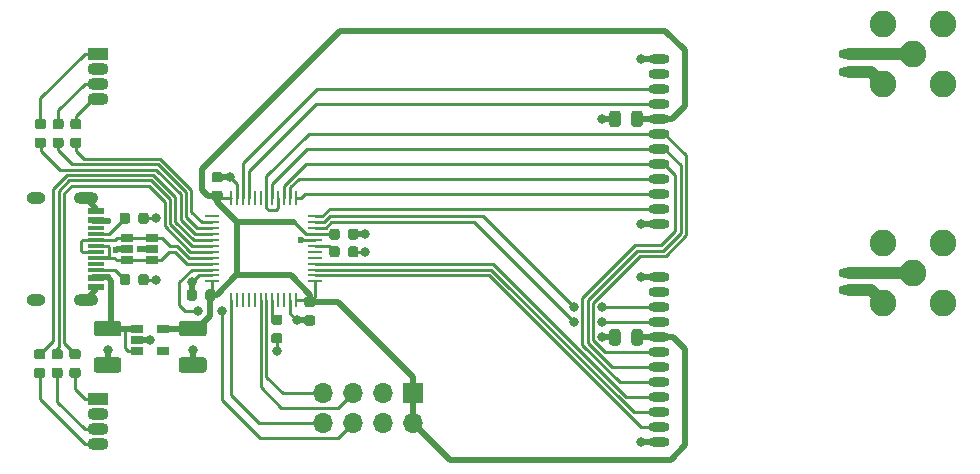
<source format=gbr>
G04 #@! TF.GenerationSoftware,KiCad,Pcbnew,5.1.8-db9833491~87~ubuntu20.04.1*
G04 #@! TF.CreationDate,2020-11-19T09:14:22+01:00*
G04 #@! TF.ProjectId,garfield,67617266-6965-46c6-942e-6b696361645f,v1.0*
G04 #@! TF.SameCoordinates,Original*
G04 #@! TF.FileFunction,Copper,L1,Top*
G04 #@! TF.FilePolarity,Positive*
%FSLAX46Y46*%
G04 Gerber Fmt 4.6, Leading zero omitted, Abs format (unit mm)*
G04 Created by KiCad (PCBNEW 5.1.8-db9833491~87~ubuntu20.04.1) date 2020-11-19 09:14:22*
%MOMM*%
%LPD*%
G01*
G04 APERTURE LIST*
G04 #@! TA.AperFunction,SMDPad,CuDef*
%ADD10R,1.300000X0.250000*%
G04 #@! TD*
G04 #@! TA.AperFunction,SMDPad,CuDef*
%ADD11R,0.250000X1.300000*%
G04 #@! TD*
G04 #@! TA.AperFunction,SMDPad,CuDef*
%ADD12R,1.060000X0.650000*%
G04 #@! TD*
G04 #@! TA.AperFunction,ComponentPad*
%ADD13O,1.800000X1.070000*%
G04 #@! TD*
G04 #@! TA.AperFunction,ComponentPad*
%ADD14R,1.800000X1.070000*%
G04 #@! TD*
G04 #@! TA.AperFunction,ComponentPad*
%ADD15R,1.700000X1.700000*%
G04 #@! TD*
G04 #@! TA.AperFunction,ComponentPad*
%ADD16O,1.700000X1.700000*%
G04 #@! TD*
G04 #@! TA.AperFunction,ComponentPad*
%ADD17C,2.250000*%
G04 #@! TD*
G04 #@! TA.AperFunction,SMDPad,CuDef*
%ADD18R,1.450000X0.600000*%
G04 #@! TD*
G04 #@! TA.AperFunction,SMDPad,CuDef*
%ADD19R,1.450000X0.300000*%
G04 #@! TD*
G04 #@! TA.AperFunction,ComponentPad*
%ADD20O,2.100000X1.000000*%
G04 #@! TD*
G04 #@! TA.AperFunction,ComponentPad*
%ADD21O,1.600000X1.000000*%
G04 #@! TD*
G04 #@! TA.AperFunction,SMDPad,CuDef*
%ADD22O,1.800000X0.800000*%
G04 #@! TD*
G04 #@! TA.AperFunction,ViaPad*
%ADD23C,0.600000*%
G04 #@! TD*
G04 #@! TA.AperFunction,ViaPad*
%ADD24C,0.800000*%
G04 #@! TD*
G04 #@! TA.AperFunction,Conductor*
%ADD25C,0.500000*%
G04 #@! TD*
G04 #@! TA.AperFunction,Conductor*
%ADD26C,0.250000*%
G04 #@! TD*
G04 #@! TA.AperFunction,Conductor*
%ADD27C,1.000000*%
G04 #@! TD*
G04 APERTURE END LIST*
D10*
X145350000Y-116250000D03*
X145350000Y-115750000D03*
X145350000Y-115250000D03*
X145350000Y-114750000D03*
X145350000Y-114250000D03*
X145350000Y-113750000D03*
X145350000Y-113250000D03*
X145350000Y-112750000D03*
X145350000Y-112250000D03*
X145350000Y-111750000D03*
X145350000Y-111250000D03*
X145350000Y-110750000D03*
D11*
X143750000Y-109150000D03*
X143250000Y-109150000D03*
X142750000Y-109150000D03*
X142250000Y-109150000D03*
X141750000Y-109150000D03*
X141250000Y-109150000D03*
X140750000Y-109150000D03*
X140250000Y-109150000D03*
X139750000Y-109150000D03*
X139250000Y-109150000D03*
X138750000Y-109150000D03*
X138250000Y-109150000D03*
D10*
X136650000Y-110750000D03*
X136650000Y-111250000D03*
X136650000Y-111750000D03*
X136650000Y-112250000D03*
X136650000Y-112750000D03*
X136650000Y-113250000D03*
X136650000Y-113750000D03*
X136650000Y-114250000D03*
X136650000Y-114750000D03*
X136650000Y-115250000D03*
X136650000Y-115750000D03*
X136650000Y-116250000D03*
D11*
X138250000Y-117850000D03*
X138750000Y-117850000D03*
X139250000Y-117850000D03*
X139750000Y-117850000D03*
X140250000Y-117850000D03*
X140750000Y-117850000D03*
X141250000Y-117850000D03*
X141750000Y-117850000D03*
X142250000Y-117850000D03*
X142750000Y-117850000D03*
X143250000Y-117850000D03*
X143750000Y-117850000D03*
G04 #@! TA.AperFunction,SMDPad,CuDef*
G36*
G01*
X131275000Y-110643750D02*
X131275000Y-111156250D01*
G75*
G02*
X131056250Y-111375000I-218750J0D01*
G01*
X130618750Y-111375000D01*
G75*
G02*
X130400000Y-111156250I0J218750D01*
G01*
X130400000Y-110643750D01*
G75*
G02*
X130618750Y-110425000I218750J0D01*
G01*
X131056250Y-110425000D01*
G75*
G02*
X131275000Y-110643750I0J-218750D01*
G01*
G37*
G04 #@! TD.AperFunction*
G04 #@! TA.AperFunction,SMDPad,CuDef*
G36*
G01*
X129700000Y-110643750D02*
X129700000Y-111156250D01*
G75*
G02*
X129481250Y-111375000I-218750J0D01*
G01*
X129043750Y-111375000D01*
G75*
G02*
X128825000Y-111156250I0J218750D01*
G01*
X128825000Y-110643750D01*
G75*
G02*
X129043750Y-110425000I218750J0D01*
G01*
X129481250Y-110425000D01*
G75*
G02*
X129700000Y-110643750I0J-218750D01*
G01*
G37*
G04 #@! TD.AperFunction*
G04 #@! TA.AperFunction,SMDPad,CuDef*
G36*
G01*
X126874999Y-122665000D02*
X128725001Y-122665000D01*
G75*
G02*
X128975000Y-122914999I0J-249999D01*
G01*
X128975000Y-123740001D01*
G75*
G02*
X128725001Y-123990000I-249999J0D01*
G01*
X126874999Y-123990000D01*
G75*
G02*
X126625000Y-123740001I0J249999D01*
G01*
X126625000Y-122914999D01*
G75*
G02*
X126874999Y-122665000I249999J0D01*
G01*
G37*
G04 #@! TD.AperFunction*
G04 #@! TA.AperFunction,SMDPad,CuDef*
G36*
G01*
X126874999Y-119590000D02*
X128725001Y-119590000D01*
G75*
G02*
X128975000Y-119839999I0J-249999D01*
G01*
X128975000Y-120665001D01*
G75*
G02*
X128725001Y-120915000I-249999J0D01*
G01*
X126874999Y-120915000D01*
G75*
G02*
X126625000Y-120665001I0J249999D01*
G01*
X126625000Y-119839999D01*
G75*
G02*
X126874999Y-119590000I249999J0D01*
G01*
G37*
G04 #@! TD.AperFunction*
G04 #@! TA.AperFunction,SMDPad,CuDef*
G36*
G01*
X134074999Y-119587500D02*
X135925001Y-119587500D01*
G75*
G02*
X136175000Y-119837499I0J-249999D01*
G01*
X136175000Y-120662501D01*
G75*
G02*
X135925001Y-120912500I-249999J0D01*
G01*
X134074999Y-120912500D01*
G75*
G02*
X133825000Y-120662501I0J249999D01*
G01*
X133825000Y-119837499D01*
G75*
G02*
X134074999Y-119587500I249999J0D01*
G01*
G37*
G04 #@! TD.AperFunction*
G04 #@! TA.AperFunction,SMDPad,CuDef*
G36*
G01*
X134074999Y-122662500D02*
X135925001Y-122662500D01*
G75*
G02*
X136175000Y-122912499I0J-249999D01*
G01*
X136175000Y-123737501D01*
G75*
G02*
X135925001Y-123987500I-249999J0D01*
G01*
X134074999Y-123987500D01*
G75*
G02*
X133825000Y-123737501I0J249999D01*
G01*
X133825000Y-122912499D01*
G75*
G02*
X134074999Y-122662500I249999J0D01*
G01*
G37*
G04 #@! TD.AperFunction*
G04 #@! TA.AperFunction,SMDPad,CuDef*
G36*
G01*
X135370000Y-117153750D02*
X135370000Y-117666250D01*
G75*
G02*
X135151250Y-117885000I-218750J0D01*
G01*
X134713750Y-117885000D01*
G75*
G02*
X134495000Y-117666250I0J218750D01*
G01*
X134495000Y-117153750D01*
G75*
G02*
X134713750Y-116935000I218750J0D01*
G01*
X135151250Y-116935000D01*
G75*
G02*
X135370000Y-117153750I0J-218750D01*
G01*
G37*
G04 #@! TD.AperFunction*
G04 #@! TA.AperFunction,SMDPad,CuDef*
G36*
G01*
X136945000Y-117153750D02*
X136945000Y-117666250D01*
G75*
G02*
X136726250Y-117885000I-218750J0D01*
G01*
X136288750Y-117885000D01*
G75*
G02*
X136070000Y-117666250I0J218750D01*
G01*
X136070000Y-117153750D01*
G75*
G02*
X136288750Y-116935000I218750J0D01*
G01*
X136726250Y-116935000D01*
G75*
G02*
X136945000Y-117153750I0J-218750D01*
G01*
G37*
G04 #@! TD.AperFunction*
G04 #@! TA.AperFunction,SMDPad,CuDef*
G36*
G01*
X144653750Y-117545000D02*
X145166250Y-117545000D01*
G75*
G02*
X145385000Y-117763750I0J-218750D01*
G01*
X145385000Y-118201250D01*
G75*
G02*
X145166250Y-118420000I-218750J0D01*
G01*
X144653750Y-118420000D01*
G75*
G02*
X144435000Y-118201250I0J218750D01*
G01*
X144435000Y-117763750D01*
G75*
G02*
X144653750Y-117545000I218750J0D01*
G01*
G37*
G04 #@! TD.AperFunction*
G04 #@! TA.AperFunction,SMDPad,CuDef*
G36*
G01*
X144653750Y-119120000D02*
X145166250Y-119120000D01*
G75*
G02*
X145385000Y-119338750I0J-218750D01*
G01*
X145385000Y-119776250D01*
G75*
G02*
X145166250Y-119995000I-218750J0D01*
G01*
X144653750Y-119995000D01*
G75*
G02*
X144435000Y-119776250I0J218750D01*
G01*
X144435000Y-119338750D01*
G75*
G02*
X144653750Y-119120000I218750J0D01*
G01*
G37*
G04 #@! TD.AperFunction*
G04 #@! TA.AperFunction,SMDPad,CuDef*
G36*
G01*
X137336250Y-107870000D02*
X136823750Y-107870000D01*
G75*
G02*
X136605000Y-107651250I0J218750D01*
G01*
X136605000Y-107213750D01*
G75*
G02*
X136823750Y-106995000I218750J0D01*
G01*
X137336250Y-106995000D01*
G75*
G02*
X137555000Y-107213750I0J-218750D01*
G01*
X137555000Y-107651250D01*
G75*
G02*
X137336250Y-107870000I-218750J0D01*
G01*
G37*
G04 #@! TD.AperFunction*
G04 #@! TA.AperFunction,SMDPad,CuDef*
G36*
G01*
X137336250Y-109445000D02*
X136823750Y-109445000D01*
G75*
G02*
X136605000Y-109226250I0J218750D01*
G01*
X136605000Y-108788750D01*
G75*
G02*
X136823750Y-108570000I218750J0D01*
G01*
X137336250Y-108570000D01*
G75*
G02*
X137555000Y-108788750I0J-218750D01*
G01*
X137555000Y-109226250D01*
G75*
G02*
X137336250Y-109445000I-218750J0D01*
G01*
G37*
G04 #@! TD.AperFunction*
G04 #@! TA.AperFunction,SMDPad,CuDef*
G36*
G01*
X146575000Y-112506250D02*
X146575000Y-111993750D01*
G75*
G02*
X146793750Y-111775000I218750J0D01*
G01*
X147231250Y-111775000D01*
G75*
G02*
X147450000Y-111993750I0J-218750D01*
G01*
X147450000Y-112506250D01*
G75*
G02*
X147231250Y-112725000I-218750J0D01*
G01*
X146793750Y-112725000D01*
G75*
G02*
X146575000Y-112506250I0J218750D01*
G01*
G37*
G04 #@! TD.AperFunction*
G04 #@! TA.AperFunction,SMDPad,CuDef*
G36*
G01*
X148150000Y-112506250D02*
X148150000Y-111993750D01*
G75*
G02*
X148368750Y-111775000I218750J0D01*
G01*
X148806250Y-111775000D01*
G75*
G02*
X149025000Y-111993750I0J-218750D01*
G01*
X149025000Y-112506250D01*
G75*
G02*
X148806250Y-112725000I-218750J0D01*
G01*
X148368750Y-112725000D01*
G75*
G02*
X148150000Y-112506250I0J218750D01*
G01*
G37*
G04 #@! TD.AperFunction*
G04 #@! TA.AperFunction,SMDPad,CuDef*
G36*
G01*
X146575000Y-114006250D02*
X146575000Y-113493750D01*
G75*
G02*
X146793750Y-113275000I218750J0D01*
G01*
X147231250Y-113275000D01*
G75*
G02*
X147450000Y-113493750I0J-218750D01*
G01*
X147450000Y-114006250D01*
G75*
G02*
X147231250Y-114225000I-218750J0D01*
G01*
X146793750Y-114225000D01*
G75*
G02*
X146575000Y-114006250I0J218750D01*
G01*
G37*
G04 #@! TD.AperFunction*
G04 #@! TA.AperFunction,SMDPad,CuDef*
G36*
G01*
X148150000Y-114006250D02*
X148150000Y-113493750D01*
G75*
G02*
X148368750Y-113275000I218750J0D01*
G01*
X148806250Y-113275000D01*
G75*
G02*
X149025000Y-113493750I0J-218750D01*
G01*
X149025000Y-114006250D01*
G75*
G02*
X148806250Y-114225000I-218750J0D01*
G01*
X148368750Y-114225000D01*
G75*
G02*
X148150000Y-114006250I0J218750D01*
G01*
G37*
G04 #@! TD.AperFunction*
G04 #@! TA.AperFunction,SMDPad,CuDef*
G36*
G01*
X129700000Y-115843750D02*
X129700000Y-116356250D01*
G75*
G02*
X129481250Y-116575000I-218750J0D01*
G01*
X129043750Y-116575000D01*
G75*
G02*
X128825000Y-116356250I0J218750D01*
G01*
X128825000Y-115843750D01*
G75*
G02*
X129043750Y-115625000I218750J0D01*
G01*
X129481250Y-115625000D01*
G75*
G02*
X129700000Y-115843750I0J-218750D01*
G01*
G37*
G04 #@! TD.AperFunction*
G04 #@! TA.AperFunction,SMDPad,CuDef*
G36*
G01*
X131275000Y-115843750D02*
X131275000Y-116356250D01*
G75*
G02*
X131056250Y-116575000I-218750J0D01*
G01*
X130618750Y-116575000D01*
G75*
G02*
X130400000Y-116356250I0J218750D01*
G01*
X130400000Y-115843750D01*
G75*
G02*
X130618750Y-115625000I218750J0D01*
G01*
X131056250Y-115625000D01*
G75*
G02*
X131275000Y-115843750I0J-218750D01*
G01*
G37*
G04 #@! TD.AperFunction*
G04 #@! TA.AperFunction,SMDPad,CuDef*
G36*
G01*
X141853750Y-119055000D02*
X142366250Y-119055000D01*
G75*
G02*
X142585000Y-119273750I0J-218750D01*
G01*
X142585000Y-119711250D01*
G75*
G02*
X142366250Y-119930000I-218750J0D01*
G01*
X141853750Y-119930000D01*
G75*
G02*
X141635000Y-119711250I0J218750D01*
G01*
X141635000Y-119273750D01*
G75*
G02*
X141853750Y-119055000I218750J0D01*
G01*
G37*
G04 #@! TD.AperFunction*
G04 #@! TA.AperFunction,SMDPad,CuDef*
G36*
G01*
X141853750Y-120630000D02*
X142366250Y-120630000D01*
G75*
G02*
X142585000Y-120848750I0J-218750D01*
G01*
X142585000Y-121286250D01*
G75*
G02*
X142366250Y-121505000I-218750J0D01*
G01*
X141853750Y-121505000D01*
G75*
G02*
X141635000Y-121286250I0J218750D01*
G01*
X141635000Y-120848750D01*
G75*
G02*
X141853750Y-120630000I218750J0D01*
G01*
G37*
G04 #@! TD.AperFunction*
G04 #@! TA.AperFunction,SMDPad,CuDef*
G36*
G01*
X122366250Y-104945000D02*
X121853750Y-104945000D01*
G75*
G02*
X121635000Y-104726250I0J218750D01*
G01*
X121635000Y-104288750D01*
G75*
G02*
X121853750Y-104070000I218750J0D01*
G01*
X122366250Y-104070000D01*
G75*
G02*
X122585000Y-104288750I0J-218750D01*
G01*
X122585000Y-104726250D01*
G75*
G02*
X122366250Y-104945000I-218750J0D01*
G01*
G37*
G04 #@! TD.AperFunction*
G04 #@! TA.AperFunction,SMDPad,CuDef*
G36*
G01*
X122366250Y-103370000D02*
X121853750Y-103370000D01*
G75*
G02*
X121635000Y-103151250I0J218750D01*
G01*
X121635000Y-102713750D01*
G75*
G02*
X121853750Y-102495000I218750J0D01*
G01*
X122366250Y-102495000D01*
G75*
G02*
X122585000Y-102713750I0J-218750D01*
G01*
X122585000Y-103151250D01*
G75*
G02*
X122366250Y-103370000I-218750J0D01*
G01*
G37*
G04 #@! TD.AperFunction*
G04 #@! TA.AperFunction,SMDPad,CuDef*
G36*
G01*
X123866250Y-103370000D02*
X123353750Y-103370000D01*
G75*
G02*
X123135000Y-103151250I0J218750D01*
G01*
X123135000Y-102713750D01*
G75*
G02*
X123353750Y-102495000I218750J0D01*
G01*
X123866250Y-102495000D01*
G75*
G02*
X124085000Y-102713750I0J-218750D01*
G01*
X124085000Y-103151250D01*
G75*
G02*
X123866250Y-103370000I-218750J0D01*
G01*
G37*
G04 #@! TD.AperFunction*
G04 #@! TA.AperFunction,SMDPad,CuDef*
G36*
G01*
X123866250Y-104945000D02*
X123353750Y-104945000D01*
G75*
G02*
X123135000Y-104726250I0J218750D01*
G01*
X123135000Y-104288750D01*
G75*
G02*
X123353750Y-104070000I218750J0D01*
G01*
X123866250Y-104070000D01*
G75*
G02*
X124085000Y-104288750I0J-218750D01*
G01*
X124085000Y-104726250D01*
G75*
G02*
X123866250Y-104945000I-218750J0D01*
G01*
G37*
G04 #@! TD.AperFunction*
G04 #@! TA.AperFunction,SMDPad,CuDef*
G36*
G01*
X125366250Y-104945000D02*
X124853750Y-104945000D01*
G75*
G02*
X124635000Y-104726250I0J218750D01*
G01*
X124635000Y-104288750D01*
G75*
G02*
X124853750Y-104070000I218750J0D01*
G01*
X125366250Y-104070000D01*
G75*
G02*
X125585000Y-104288750I0J-218750D01*
G01*
X125585000Y-104726250D01*
G75*
G02*
X125366250Y-104945000I-218750J0D01*
G01*
G37*
G04 #@! TD.AperFunction*
G04 #@! TA.AperFunction,SMDPad,CuDef*
G36*
G01*
X125366250Y-103370000D02*
X124853750Y-103370000D01*
G75*
G02*
X124635000Y-103151250I0J218750D01*
G01*
X124635000Y-102713750D01*
G75*
G02*
X124853750Y-102495000I218750J0D01*
G01*
X125366250Y-102495000D01*
G75*
G02*
X125585000Y-102713750I0J-218750D01*
G01*
X125585000Y-103151250D01*
G75*
G02*
X125366250Y-103370000I-218750J0D01*
G01*
G37*
G04 #@! TD.AperFunction*
G04 #@! TA.AperFunction,SMDPad,CuDef*
G36*
G01*
X124783750Y-123560000D02*
X125296250Y-123560000D01*
G75*
G02*
X125515000Y-123778750I0J-218750D01*
G01*
X125515000Y-124216250D01*
G75*
G02*
X125296250Y-124435000I-218750J0D01*
G01*
X124783750Y-124435000D01*
G75*
G02*
X124565000Y-124216250I0J218750D01*
G01*
X124565000Y-123778750D01*
G75*
G02*
X124783750Y-123560000I218750J0D01*
G01*
G37*
G04 #@! TD.AperFunction*
G04 #@! TA.AperFunction,SMDPad,CuDef*
G36*
G01*
X124783750Y-121985000D02*
X125296250Y-121985000D01*
G75*
G02*
X125515000Y-122203750I0J-218750D01*
G01*
X125515000Y-122641250D01*
G75*
G02*
X125296250Y-122860000I-218750J0D01*
G01*
X124783750Y-122860000D01*
G75*
G02*
X124565000Y-122641250I0J218750D01*
G01*
X124565000Y-122203750D01*
G75*
G02*
X124783750Y-121985000I218750J0D01*
G01*
G37*
G04 #@! TD.AperFunction*
D12*
X130300000Y-120250000D03*
X130300000Y-121200000D03*
X130300000Y-122150000D03*
X132500000Y-122150000D03*
X132500000Y-120250000D03*
X131600000Y-114450000D03*
X131600000Y-113500000D03*
X131600000Y-112550000D03*
X129400000Y-112550000D03*
X129400000Y-114450000D03*
X129400000Y-113500000D03*
D13*
X127000000Y-100810000D03*
X127000000Y-99540000D03*
X127000000Y-98270000D03*
D14*
X127000000Y-97000000D03*
X127000000Y-126200000D03*
D13*
X127000000Y-127470000D03*
X127000000Y-128740000D03*
X127000000Y-130010000D03*
G04 #@! TA.AperFunction,SMDPad,CuDef*
G36*
G01*
X123273750Y-121985000D02*
X123786250Y-121985000D01*
G75*
G02*
X124005000Y-122203750I0J-218750D01*
G01*
X124005000Y-122641250D01*
G75*
G02*
X123786250Y-122860000I-218750J0D01*
G01*
X123273750Y-122860000D01*
G75*
G02*
X123055000Y-122641250I0J218750D01*
G01*
X123055000Y-122203750D01*
G75*
G02*
X123273750Y-121985000I218750J0D01*
G01*
G37*
G04 #@! TD.AperFunction*
G04 #@! TA.AperFunction,SMDPad,CuDef*
G36*
G01*
X123273750Y-123560000D02*
X123786250Y-123560000D01*
G75*
G02*
X124005000Y-123778750I0J-218750D01*
G01*
X124005000Y-124216250D01*
G75*
G02*
X123786250Y-124435000I-218750J0D01*
G01*
X123273750Y-124435000D01*
G75*
G02*
X123055000Y-124216250I0J218750D01*
G01*
X123055000Y-123778750D01*
G75*
G02*
X123273750Y-123560000I218750J0D01*
G01*
G37*
G04 #@! TD.AperFunction*
G04 #@! TA.AperFunction,SMDPad,CuDef*
G36*
G01*
X121783750Y-123560000D02*
X122296250Y-123560000D01*
G75*
G02*
X122515000Y-123778750I0J-218750D01*
G01*
X122515000Y-124216250D01*
G75*
G02*
X122296250Y-124435000I-218750J0D01*
G01*
X121783750Y-124435000D01*
G75*
G02*
X121565000Y-124216250I0J218750D01*
G01*
X121565000Y-123778750D01*
G75*
G02*
X121783750Y-123560000I218750J0D01*
G01*
G37*
G04 #@! TD.AperFunction*
G04 #@! TA.AperFunction,SMDPad,CuDef*
G36*
G01*
X121783750Y-121985000D02*
X122296250Y-121985000D01*
G75*
G02*
X122515000Y-122203750I0J-218750D01*
G01*
X122515000Y-122641250D01*
G75*
G02*
X122296250Y-122860000I-218750J0D01*
G01*
X121783750Y-122860000D01*
G75*
G02*
X121565000Y-122641250I0J218750D01*
G01*
X121565000Y-122203750D01*
G75*
G02*
X121783750Y-121985000I218750J0D01*
G01*
G37*
G04 #@! TD.AperFunction*
G04 #@! TA.AperFunction,SMDPad,CuDef*
G36*
G01*
X173115000Y-102033750D02*
X173115000Y-102946250D01*
G75*
G02*
X172871250Y-103190000I-243750J0D01*
G01*
X172383750Y-103190000D01*
G75*
G02*
X172140000Y-102946250I0J243750D01*
G01*
X172140000Y-102033750D01*
G75*
G02*
X172383750Y-101790000I243750J0D01*
G01*
X172871250Y-101790000D01*
G75*
G02*
X173115000Y-102033750I0J-243750D01*
G01*
G37*
G04 #@! TD.AperFunction*
G04 #@! TA.AperFunction,SMDPad,CuDef*
G36*
G01*
X171240000Y-102033750D02*
X171240000Y-102946250D01*
G75*
G02*
X170996250Y-103190000I-243750J0D01*
G01*
X170508750Y-103190000D01*
G75*
G02*
X170265000Y-102946250I0J243750D01*
G01*
X170265000Y-102033750D01*
G75*
G02*
X170508750Y-101790000I243750J0D01*
G01*
X170996250Y-101790000D01*
G75*
G02*
X171240000Y-102033750I0J-243750D01*
G01*
G37*
G04 #@! TD.AperFunction*
G04 #@! TA.AperFunction,SMDPad,CuDef*
G36*
G01*
X171240000Y-120533750D02*
X171240000Y-121446250D01*
G75*
G02*
X170996250Y-121690000I-243750J0D01*
G01*
X170508750Y-121690000D01*
G75*
G02*
X170265000Y-121446250I0J243750D01*
G01*
X170265000Y-120533750D01*
G75*
G02*
X170508750Y-120290000I243750J0D01*
G01*
X170996250Y-120290000D01*
G75*
G02*
X171240000Y-120533750I0J-243750D01*
G01*
G37*
G04 #@! TD.AperFunction*
G04 #@! TA.AperFunction,SMDPad,CuDef*
G36*
G01*
X173115000Y-120533750D02*
X173115000Y-121446250D01*
G75*
G02*
X172871250Y-121690000I-243750J0D01*
G01*
X172383750Y-121690000D01*
G75*
G02*
X172140000Y-121446250I0J243750D01*
G01*
X172140000Y-120533750D01*
G75*
G02*
X172383750Y-120290000I243750J0D01*
G01*
X172871250Y-120290000D01*
G75*
G02*
X173115000Y-120533750I0J-243750D01*
G01*
G37*
G04 #@! TD.AperFunction*
D15*
X153670000Y-125730000D03*
D16*
X153670000Y-128270000D03*
X151130000Y-125730000D03*
X151130000Y-128270000D03*
X148590000Y-125730000D03*
X148590000Y-128270000D03*
X146050000Y-125730000D03*
X146050000Y-128270000D03*
D17*
X196000000Y-97000000D03*
X193460000Y-99540000D03*
X198540000Y-99540000D03*
X198540000Y-94460000D03*
X193460000Y-94460000D03*
X193460000Y-112960000D03*
X198540000Y-112960000D03*
X198540000Y-118040000D03*
X193460000Y-118040000D03*
X196000000Y-115500000D03*
D18*
X126845000Y-116750000D03*
X126845000Y-115950000D03*
X126845000Y-111050000D03*
X126845000Y-110250000D03*
X126845000Y-110250000D03*
X126845000Y-111050000D03*
X126845000Y-115950000D03*
X126845000Y-116750000D03*
D19*
X126845000Y-111750000D03*
X126845000Y-112250000D03*
X126845000Y-112750000D03*
X126845000Y-113750000D03*
X126845000Y-114250000D03*
X126845000Y-114750000D03*
X126845000Y-115250000D03*
X126845000Y-113250000D03*
D20*
X125930000Y-117820000D03*
X125930000Y-109180000D03*
D21*
X121750000Y-109180000D03*
X121750000Y-117820000D03*
D22*
X190550000Y-98500000D03*
X190550000Y-97000000D03*
X174450000Y-111375000D03*
X174450000Y-110105000D03*
X174450000Y-108835000D03*
X174450000Y-107565000D03*
X174450000Y-106295000D03*
X174450000Y-105025000D03*
X174450000Y-103755000D03*
X174450000Y-102485000D03*
X174450000Y-101215000D03*
X174450000Y-99945000D03*
X174450000Y-98675000D03*
X174450000Y-97405000D03*
X174450000Y-115905000D03*
X174450000Y-117175000D03*
X174450000Y-118445000D03*
X174450000Y-119715000D03*
X174450000Y-120985000D03*
X174450000Y-122255000D03*
X174450000Y-123525000D03*
X174450000Y-124795000D03*
X174450000Y-126065000D03*
X174450000Y-127335000D03*
X174450000Y-128605000D03*
X174450000Y-129875000D03*
X190550000Y-115500000D03*
X190550000Y-117000000D03*
D23*
X130530002Y-113500000D03*
D24*
X127800000Y-122050000D03*
X135000000Y-122050000D03*
X138160000Y-107439998D03*
X143830000Y-119560000D03*
X134930000Y-116330000D03*
X172950000Y-97405000D03*
X172950000Y-111375000D03*
X172950000Y-129875000D03*
X172950000Y-115905000D03*
X149600000Y-112250000D03*
X149600000Y-113750000D03*
D23*
X144200000Y-112750000D03*
D24*
X131430000Y-121190000D03*
X131869996Y-116100000D03*
X131880000Y-110890000D03*
X169650000Y-102490002D03*
X169660000Y-120980000D03*
X142110008Y-122110000D03*
D23*
X127800000Y-115900000D03*
X127800000Y-111100000D03*
X128520011Y-113577490D03*
D24*
X137510000Y-118740000D03*
X135470000Y-118770000D03*
X169650000Y-119730004D03*
X167260004Y-119730000D03*
X169640000Y-118449994D03*
X167260002Y-118450000D03*
D25*
X131600000Y-113500000D02*
X130530002Y-113500000D01*
X127800000Y-123325000D02*
X127800000Y-122050000D01*
X135000000Y-123327500D02*
X135000000Y-122050000D01*
X138152502Y-107432500D02*
X138160000Y-107439998D01*
X137080000Y-107432500D02*
X138152502Y-107432500D01*
D26*
X138750000Y-108029998D02*
X138160000Y-107439998D01*
X138750000Y-109150000D02*
X138750000Y-108029998D01*
X143832500Y-119557500D02*
X143830000Y-119560000D01*
D25*
X144910000Y-119557500D02*
X143832500Y-119557500D01*
D26*
X143250000Y-118980000D02*
X143830000Y-119560000D01*
X143250000Y-117850000D02*
X143250000Y-118980000D01*
X134930000Y-117407500D02*
X134932500Y-117410000D01*
D25*
X134930000Y-116330000D02*
X134930000Y-117407500D01*
D26*
X135510000Y-115750000D02*
X134930000Y-116330000D01*
X136650000Y-115750000D02*
X135510000Y-115750000D01*
D27*
X192420000Y-117000000D02*
X193460000Y-118040000D01*
X190550000Y-117000000D02*
X192420000Y-117000000D01*
X192420000Y-98500000D02*
X193460000Y-99540000D01*
X190550000Y-98500000D02*
X192420000Y-98500000D01*
D26*
X172935000Y-97405000D02*
X172900000Y-97440000D01*
X148587500Y-113750000D02*
X149600000Y-113750000D01*
D25*
X148587500Y-112250000D02*
X149600000Y-112250000D01*
D26*
X145350000Y-112750000D02*
X144200000Y-112750000D01*
D25*
X174450000Y-97405000D02*
X172950000Y-97405000D01*
X174450000Y-129875000D02*
X172950000Y-129875000D01*
X174450000Y-115905000D02*
X172950000Y-115905000D01*
X174450000Y-111375000D02*
X172950000Y-111375000D01*
D26*
X131420000Y-121200000D02*
X131430000Y-121190000D01*
D25*
X130300000Y-121200000D02*
X131420000Y-121200000D01*
D26*
X130837500Y-116100000D02*
X131869996Y-116100000D01*
X130837500Y-110900000D02*
X131870000Y-110900000D01*
X131870000Y-110900000D02*
X131880000Y-110890000D01*
D25*
X170752500Y-102490000D02*
X169650002Y-102490000D01*
D26*
X169650002Y-102490000D02*
X169650000Y-102490002D01*
X169670000Y-120990000D02*
X169660000Y-120980000D01*
D25*
X170752500Y-120990000D02*
X169670000Y-120990000D01*
D26*
X142110000Y-122109992D02*
X142110008Y-122110000D01*
X142110000Y-121067500D02*
X142110000Y-122109992D01*
D25*
X126845000Y-116905000D02*
X125930000Y-117820000D01*
X126845000Y-116750000D02*
X126845000Y-116905000D01*
X126845000Y-110095000D02*
X125930000Y-109180000D01*
X126845000Y-110250000D02*
X126845000Y-110095000D01*
D26*
X130297500Y-120252500D02*
X130300000Y-120250000D01*
D25*
X127800000Y-120252500D02*
X130297500Y-120252500D01*
D26*
X129520000Y-120250000D02*
X130300000Y-120250000D01*
X129300000Y-120470000D02*
X129520000Y-120250000D01*
X130300000Y-122150000D02*
X129520000Y-122150000D01*
X129300000Y-121930000D02*
X129300000Y-120470000D01*
X129520000Y-122150000D02*
X129300000Y-121930000D01*
D25*
X126590000Y-115900000D02*
X127800000Y-115900000D01*
X126590000Y-111100000D02*
X127800000Y-111100000D01*
X129400000Y-113500000D02*
X128597501Y-113500000D01*
X128597501Y-113500000D02*
X128520011Y-113577490D01*
X128099999Y-116199999D02*
X128099999Y-119952501D01*
X128099999Y-119952501D02*
X127800000Y-120252500D01*
X127800000Y-115900000D02*
X128099999Y-116199999D01*
D26*
X145350000Y-116250000D02*
X145350000Y-117537500D01*
X144687500Y-117850000D02*
X144862500Y-118025000D01*
X143750000Y-117850000D02*
X144687500Y-117850000D01*
X145350000Y-117537500D02*
X144862500Y-118025000D01*
X136650000Y-117267500D02*
X136507500Y-117410000D01*
X136650000Y-116250000D02*
X136650000Y-117267500D01*
D25*
X138750000Y-115750000D02*
X143250000Y-115750000D01*
X138750000Y-111250000D02*
X138750000Y-115750000D01*
D26*
X143300000Y-115750000D02*
X143250000Y-115750000D01*
D25*
X144910000Y-117982500D02*
X144910000Y-117360000D01*
X144910000Y-117360000D02*
X143300000Y-115750000D01*
D26*
X138700000Y-115750000D02*
X138750000Y-115750000D01*
D25*
X136507500Y-117410000D02*
X137040000Y-117410000D01*
X137040000Y-117410000D02*
X138700000Y-115750000D01*
X136507500Y-117410000D02*
X136507500Y-119152500D01*
X135410000Y-120250000D02*
X136507500Y-119152500D01*
X135000000Y-120250000D02*
X135410000Y-120250000D01*
X133280000Y-120250000D02*
X135000000Y-120250000D01*
X132500000Y-120250000D02*
X133280000Y-120250000D01*
D26*
X137222500Y-109150000D02*
X137080000Y-109007500D01*
X138250000Y-109150000D02*
X137222500Y-109150000D01*
X138750000Y-111215000D02*
X138750000Y-111250000D01*
D25*
X137080000Y-109545000D02*
X138750000Y-111215000D01*
X137080000Y-109007500D02*
X137080000Y-109545000D01*
D26*
X145350000Y-112250000D02*
X147012500Y-112250000D01*
D25*
X138750000Y-111215000D02*
X143250000Y-111215000D01*
D26*
X144595004Y-112250000D02*
X145350000Y-112250000D01*
X143560004Y-111215000D02*
X144595004Y-112250000D01*
D25*
X143560004Y-111215000D02*
X143250000Y-111215000D01*
X137077500Y-109010000D02*
X137080000Y-109007500D01*
X136300000Y-109010000D02*
X137077500Y-109010000D01*
X135810000Y-108520000D02*
X136300000Y-109010000D01*
X135810000Y-106700000D02*
X135810000Y-108520000D01*
X176660000Y-96700000D02*
X174990000Y-95030000D01*
X175575000Y-102485000D02*
X176660000Y-101400000D01*
X174450000Y-102485000D02*
X175575000Y-102485000D01*
X176660000Y-101400000D02*
X176660000Y-96700000D01*
X147480000Y-95030000D02*
X135810000Y-106700000D01*
X174990000Y-95030000D02*
X147480000Y-95030000D01*
D26*
X172632500Y-102485000D02*
X172627500Y-102490000D01*
D25*
X174450000Y-102485000D02*
X172632500Y-102485000D01*
D26*
X172632500Y-120985000D02*
X172627500Y-120990000D01*
D25*
X174450000Y-120985000D02*
X172632500Y-120985000D01*
X176680000Y-121990000D02*
X175675000Y-120985000D01*
X176680000Y-130130000D02*
X176680000Y-121990000D01*
X175460000Y-131350000D02*
X176680000Y-130130000D01*
X175675000Y-120985000D02*
X174450000Y-120985000D01*
X164370000Y-131350000D02*
X175460000Y-131350000D01*
X153670000Y-125730000D02*
X153670000Y-128270000D01*
X156750000Y-131350000D02*
X153670000Y-128270000D01*
X164370000Y-131350000D02*
X156750000Y-131350000D01*
X153670000Y-124330000D02*
X153670000Y-125730000D01*
X144910000Y-117982500D02*
X147322500Y-117982500D01*
X147322500Y-117982500D02*
X153670000Y-124330000D01*
D26*
X122110000Y-102395000D02*
X122110000Y-102932500D01*
X122110000Y-100740000D02*
X122110000Y-102395000D01*
X125850000Y-97000000D02*
X122110000Y-100740000D01*
X127000000Y-97000000D02*
X125850000Y-97000000D01*
X125040000Y-124535000D02*
X125040000Y-123997500D01*
X125040000Y-125390000D02*
X125040000Y-124535000D01*
X125850000Y-126200000D02*
X125040000Y-125390000D01*
X127000000Y-126200000D02*
X125850000Y-126200000D01*
X128800888Y-115638388D02*
X129262500Y-116100000D01*
X126590000Y-115250000D02*
X128412500Y-115250000D01*
X128412500Y-115250000D02*
X128800888Y-115638388D01*
X131600000Y-114450000D02*
X129400000Y-114450000D01*
X133030000Y-113760000D02*
X133520000Y-113760000D01*
X134510000Y-114750000D02*
X136650000Y-114750000D01*
X133520000Y-113760000D02*
X134510000Y-114750000D01*
X131600000Y-114450000D02*
X132340000Y-114450000D01*
X132340000Y-114450000D02*
X133030000Y-113760000D01*
X128580000Y-114450000D02*
X129400000Y-114450000D01*
X127515000Y-114250000D02*
X128380000Y-114250000D01*
X127539999Y-114225001D02*
X127515000Y-114250000D01*
X128380000Y-114250000D02*
X128580000Y-114450000D01*
X127830001Y-114225001D02*
X127539999Y-114225001D01*
X127830001Y-113274999D02*
X127895001Y-113339999D01*
X126590000Y-113250000D02*
X127515000Y-113250000D01*
X127515000Y-113250000D02*
X127539999Y-113274999D01*
X127895001Y-114160001D02*
X127830001Y-114225001D01*
X127539999Y-113274999D02*
X127830001Y-113274999D01*
X127895001Y-113339999D02*
X127895001Y-114160001D01*
X129400000Y-112550000D02*
X131600000Y-112550000D01*
X133070000Y-113250000D02*
X132370000Y-112550000D01*
X133670000Y-113250000D02*
X133070000Y-113250000D01*
X136650000Y-114250000D02*
X134670000Y-114250000D01*
X132370000Y-112550000D02*
X131600000Y-112550000D01*
X134670000Y-114250000D02*
X133670000Y-113250000D01*
X125520000Y-113605000D02*
X125665000Y-113750000D01*
X125520000Y-112895000D02*
X125520000Y-113605000D01*
X125665000Y-113750000D02*
X126590000Y-113750000D01*
X126590000Y-112750000D02*
X125665000Y-112750000D01*
X125665000Y-112750000D02*
X125520000Y-112895000D01*
X126590000Y-112750000D02*
X128400000Y-112750000D01*
X128600000Y-112550000D02*
X129400000Y-112550000D01*
X128400000Y-112750000D02*
X128600000Y-112550000D01*
X127912500Y-112250000D02*
X129262500Y-110900000D01*
X126590000Y-112250000D02*
X127912500Y-112250000D01*
X133979989Y-108876398D02*
X131903560Y-106799969D01*
X133979989Y-111010759D02*
X133979989Y-108876398D01*
X136650000Y-112250000D02*
X135219230Y-112250000D01*
X122140000Y-104537500D02*
X122110000Y-104507500D01*
X122140000Y-105170000D02*
X122140000Y-104537500D01*
X131903560Y-106799969D02*
X123769969Y-106799969D01*
X123769969Y-106799969D02*
X122140000Y-105170000D01*
X135219230Y-112250000D02*
X133979989Y-111010759D01*
X123610000Y-105160000D02*
X123610000Y-104969112D01*
X136650000Y-111750000D02*
X135360000Y-111750000D01*
X134430000Y-110820000D02*
X134430000Y-108689998D01*
X135360000Y-111750000D02*
X134430000Y-110820000D01*
X134430000Y-108689998D02*
X132089957Y-106349959D01*
X124799959Y-106349959D02*
X123610000Y-105160000D01*
X123610000Y-104969112D02*
X123610000Y-104507500D01*
X132089957Y-106349959D02*
X124799959Y-106349959D01*
X131290000Y-108150000D02*
X124750000Y-108150000D01*
X134810000Y-113750000D02*
X132629956Y-111569956D01*
X136650000Y-113750000D02*
X134810000Y-113750000D01*
X132629956Y-111569956D02*
X132629956Y-109489956D01*
X124100000Y-108800000D02*
X124100000Y-121482500D01*
X132629956Y-109489956D02*
X131290000Y-108150000D01*
X124750000Y-108150000D02*
X124100000Y-108800000D01*
X124100000Y-121482500D02*
X125040000Y-122422500D01*
X133079967Y-109303556D02*
X131476400Y-107699989D01*
X123649989Y-108613600D02*
X123649989Y-121765011D01*
X123530000Y-121885000D02*
X123530000Y-122422500D01*
X124563600Y-107699989D02*
X123649989Y-108613600D01*
X134946410Y-113250000D02*
X133079967Y-111383557D01*
X131476400Y-107699989D02*
X124563600Y-107699989D01*
X133079967Y-111383557D02*
X133079967Y-109303556D01*
X136650000Y-113250000D02*
X134946410Y-113250000D01*
X123649989Y-121765011D02*
X123530000Y-121885000D01*
X125110000Y-102395000D02*
X125110000Y-102932500D01*
X125110000Y-102240000D02*
X125110000Y-102395000D01*
X127000000Y-100810000D02*
X126540000Y-100810000D01*
X126540000Y-100810000D02*
X125110000Y-102240000D01*
X123610000Y-102395000D02*
X123610000Y-102932500D01*
X123610000Y-101780000D02*
X123610000Y-102395000D01*
X125850000Y-99540000D02*
X123610000Y-101780000D01*
X127000000Y-99540000D02*
X125850000Y-99540000D01*
X123530000Y-124535000D02*
X123530000Y-123997500D01*
X123530000Y-126420000D02*
X123530000Y-124535000D01*
X125850000Y-128740000D02*
X123530000Y-126420000D01*
X127000000Y-128740000D02*
X125850000Y-128740000D01*
X122040000Y-124535000D02*
X122040000Y-123997500D01*
X122040000Y-126200000D02*
X122040000Y-124535000D01*
X125850000Y-130010000D02*
X122040000Y-126200000D01*
X127000000Y-130010000D02*
X125850000Y-130010000D01*
X125110000Y-105240000D02*
X125110000Y-104507500D01*
X134880011Y-108503599D02*
X132266412Y-105890000D01*
X132266412Y-105890000D02*
X125760000Y-105890000D01*
X125760000Y-105890000D02*
X125110000Y-105240000D01*
X134880011Y-110380011D02*
X134880011Y-108503599D01*
X135750000Y-111250000D02*
X134880011Y-110380011D01*
X136650000Y-111250000D02*
X135750000Y-111250000D01*
X124377200Y-107249978D02*
X123199978Y-108427200D01*
X136650000Y-112750000D02*
X135082820Y-112750000D01*
X123199978Y-121262522D02*
X122501612Y-121960888D01*
X135082820Y-112750000D02*
X133529978Y-111197158D01*
X133529978Y-111197158D02*
X133529978Y-109117156D01*
X133529978Y-109117156D02*
X131662800Y-107249978D01*
X123199978Y-108427200D02*
X123199978Y-121262522D01*
X131662800Y-107249978D02*
X124377200Y-107249978D01*
X122501612Y-121960888D02*
X122040000Y-122422500D01*
X141750000Y-119132500D02*
X142110000Y-119492500D01*
X141750000Y-117850000D02*
X141750000Y-119132500D01*
X146512500Y-113250000D02*
X147012500Y-113750000D01*
X145350000Y-113250000D02*
X146512500Y-113250000D01*
D27*
X190550000Y-97000000D02*
X196000000Y-97000000D01*
X190550000Y-115500000D02*
X196000000Y-115500000D01*
D26*
X147740001Y-126579999D02*
X148590000Y-125730000D01*
X147340000Y-126980000D02*
X147740001Y-126579999D01*
X140750000Y-117850000D02*
X140750000Y-125220000D01*
X140750000Y-125220000D02*
X142510000Y-126980000D01*
X142510000Y-126980000D02*
X147340000Y-126980000D01*
X134360000Y-118770000D02*
X135470000Y-118770000D01*
X133820000Y-118230000D02*
X134360000Y-118770000D01*
X133820000Y-116340000D02*
X133820000Y-118230000D01*
X136650000Y-115250000D02*
X134910000Y-115250000D01*
X134910000Y-115250000D02*
X133820000Y-116340000D01*
X147340000Y-129520000D02*
X148590000Y-128270000D01*
X140710000Y-129520000D02*
X147340000Y-129520000D01*
X137510000Y-118740000D02*
X137510000Y-126320000D01*
X137510000Y-126320000D02*
X140710000Y-129520000D01*
X141250000Y-117850000D02*
X141250000Y-124360000D01*
X142620000Y-125730000D02*
X146050000Y-125730000D01*
X141250000Y-124360000D02*
X142620000Y-125730000D01*
X138250000Y-117850000D02*
X138250000Y-125870000D01*
X140650000Y-128270000D02*
X146050000Y-128270000D01*
X138250000Y-125870000D02*
X140650000Y-128270000D01*
X146250000Y-115250000D02*
X145350000Y-115250000D01*
X160256410Y-115250000D02*
X146250000Y-115250000D01*
X172341410Y-127335000D02*
X160256410Y-115250000D01*
X174450000Y-127335000D02*
X172341410Y-127335000D01*
X171707820Y-126065000D02*
X160392820Y-114750000D01*
X160392820Y-114750000D02*
X146250000Y-114750000D01*
X174450000Y-126065000D02*
X171707820Y-126065000D01*
X146250000Y-114750000D02*
X145350000Y-114750000D01*
X174450000Y-119715000D02*
X169665004Y-119715000D01*
X169665004Y-119715000D02*
X169650000Y-119730004D01*
X146250000Y-111750000D02*
X145350000Y-111750000D01*
X146750000Y-111250000D02*
X146250000Y-111750000D01*
X158780004Y-111250000D02*
X146750000Y-111250000D01*
X167260004Y-119730000D02*
X158780004Y-111250000D01*
X169644994Y-118445000D02*
X169640000Y-118449994D01*
X174450000Y-118445000D02*
X169644994Y-118445000D01*
X146613590Y-110750000D02*
X146113590Y-111250000D01*
X159560002Y-110750000D02*
X146613590Y-110750000D01*
X146113590Y-111250000D02*
X145350000Y-111250000D01*
X167260002Y-118450000D02*
X159560002Y-110750000D01*
X144200000Y-109150000D02*
X143750000Y-109150000D01*
X174450000Y-108835000D02*
X144515000Y-108835000D01*
X144515000Y-108835000D02*
X144200000Y-109150000D01*
X143250000Y-108289998D02*
X143250000Y-109150000D01*
X143974998Y-107565000D02*
X143250000Y-108289998D01*
X174450000Y-107565000D02*
X143974998Y-107565000D01*
X142750000Y-108153587D02*
X142750000Y-108250000D01*
X174450000Y-106295000D02*
X144608587Y-106295000D01*
X142750000Y-108250000D02*
X142750000Y-109150000D01*
X144608587Y-106295000D02*
X142750000Y-108153587D01*
X174450000Y-106295000D02*
X174950000Y-106295000D01*
X172467200Y-113189978D02*
X167995002Y-117662176D01*
X167995002Y-121625004D02*
X171165000Y-124795000D01*
X174667202Y-113189978D02*
X172467200Y-113189978D01*
X175879978Y-107224978D02*
X175879978Y-111977202D01*
X174950000Y-106295000D02*
X175879978Y-107224978D01*
X175879978Y-111977202D02*
X174667202Y-113189978D01*
X171165000Y-124795000D02*
X173300000Y-124795000D01*
X167995002Y-117662176D02*
X167995002Y-121625004D01*
X173300000Y-124795000D02*
X174450000Y-124795000D01*
X173300000Y-122255000D02*
X174450000Y-122255000D01*
X169897820Y-122255000D02*
X173300000Y-122255000D01*
X172886996Y-114090000D02*
X168895024Y-118081972D01*
X175040000Y-114090000D02*
X172886996Y-114090000D01*
X176780000Y-112350000D02*
X175040000Y-114090000D01*
X174950000Y-103755000D02*
X176780000Y-105585000D01*
X168895024Y-121252204D02*
X169897820Y-122255000D01*
X174450000Y-103755000D02*
X174950000Y-103755000D01*
X176780000Y-105585000D02*
X176780000Y-112350000D01*
X168895024Y-118081972D02*
X168895024Y-121252204D01*
X142250000Y-110050000D02*
X142250000Y-109150000D01*
X142070000Y-110230000D02*
X142250000Y-110050000D01*
X141430000Y-110230000D02*
X142070000Y-110230000D01*
X141250000Y-109150000D02*
X141250000Y-110050000D01*
X141250000Y-110050000D02*
X141430000Y-110230000D01*
X141250000Y-108250000D02*
X141250000Y-109150000D01*
X141250000Y-107353590D02*
X141250000Y-108250000D01*
X144848590Y-103755000D02*
X141250000Y-107353590D01*
X174450000Y-103755000D02*
X144848590Y-103755000D01*
X176329989Y-106404989D02*
X174950000Y-105025000D01*
X174950000Y-105025000D02*
X174450000Y-105025000D01*
X176329989Y-112163601D02*
X176329989Y-106404989D01*
X174853601Y-113639989D02*
X176329989Y-112163601D01*
X168445013Y-121438604D02*
X168445013Y-117848576D01*
X174450000Y-123525000D02*
X170531410Y-123525000D01*
X170531410Y-123525000D02*
X168445013Y-121438604D01*
X168445013Y-117848576D02*
X172653600Y-113639989D01*
X172653600Y-113639989D02*
X174853601Y-113639989D01*
X141750000Y-108250000D02*
X141750000Y-109150000D01*
X141750000Y-107980000D02*
X141750000Y-108250000D01*
X174450000Y-105025000D02*
X144705000Y-105025000D01*
X144705000Y-105025000D02*
X141750000Y-107980000D01*
X139750000Y-106880000D02*
X139750000Y-109150000D01*
X174450000Y-101215000D02*
X145415000Y-101215000D01*
X145415000Y-101215000D02*
X139750000Y-106880000D01*
X145545000Y-99945000D02*
X139250000Y-106240000D01*
X139250000Y-108250000D02*
X139250000Y-109150000D01*
X174450000Y-99945000D02*
X145545000Y-99945000D01*
X139250000Y-106240000D02*
X139250000Y-108250000D01*
X172975000Y-128605000D02*
X160120000Y-115750000D01*
X174450000Y-128605000D02*
X172975000Y-128605000D01*
X146250000Y-115750000D02*
X145350000Y-115750000D01*
X160120000Y-115750000D02*
X146250000Y-115750000D01*
X145950000Y-110750000D02*
X145350000Y-110750000D01*
X174450000Y-110105000D02*
X146595000Y-110105000D01*
X146595000Y-110105000D02*
X145950000Y-110750000D01*
M02*

</source>
